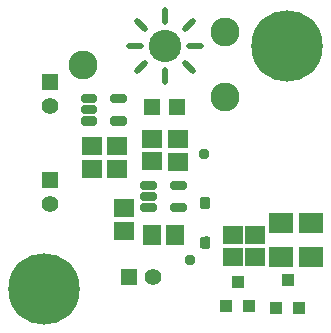
<source format=gbr>
G04 EAGLE Gerber RS-274X export*
G75*
%MOMM*%
%FSLAX34Y34*%
%LPD*%
%INSoldermask Top*%
%IPPOS*%
%AMOC8*
5,1,8,0,0,1.08239X$1,22.5*%
G01*
%ADD10R,1.411200X1.411200*%
%ADD11C,1.411200*%
%ADD12R,1.703200X1.503200*%
%ADD13R,1.503200X1.703200*%
%ADD14R,1.403200X1.403200*%
%ADD15C,6.045200*%
%ADD16R,1.003200X1.003200*%
%ADD17R,1.003200X1.103200*%
%ADD18R,2.006200X1.803200*%
%ADD19C,2.743200*%
%ADD20C,0.508000*%
%ADD21C,2.453200*%
%ADD22C,0.499716*%
%ADD23C,0.506016*%
%ADD24C,0.959600*%

G36*
X414144Y237878D02*
X414144Y237878D01*
X414151Y237883D01*
X414156Y237879D01*
X414492Y237960D01*
X414495Y237965D01*
X414499Y237963D01*
X414818Y238095D01*
X414821Y238100D01*
X414825Y238098D01*
X415119Y238278D01*
X415121Y238283D01*
X415125Y238283D01*
X415388Y238507D01*
X415389Y238512D01*
X415394Y238512D01*
X415618Y238775D01*
X415618Y238781D01*
X415622Y238781D01*
X415802Y239075D01*
X415801Y239081D01*
X415806Y239082D01*
X415938Y239401D01*
X415936Y239407D01*
X415940Y239408D01*
X416021Y239744D01*
X416019Y239750D01*
X416022Y239752D01*
X416049Y240096D01*
X416048Y240099D01*
X416049Y240100D01*
X416049Y245900D01*
X416047Y245902D01*
X416049Y245904D01*
X416022Y246248D01*
X416018Y246252D01*
X416021Y246256D01*
X415940Y246592D01*
X415935Y246595D01*
X415938Y246599D01*
X415806Y246918D01*
X415800Y246921D01*
X415802Y246925D01*
X415622Y247219D01*
X415617Y247221D01*
X415618Y247225D01*
X415394Y247488D01*
X415388Y247489D01*
X415388Y247494D01*
X415125Y247718D01*
X415119Y247718D01*
X415119Y247722D01*
X414825Y247902D01*
X414819Y247901D01*
X414818Y247906D01*
X414499Y248038D01*
X414493Y248036D01*
X414492Y248040D01*
X414156Y248121D01*
X414150Y248119D01*
X414148Y248122D01*
X413804Y248149D01*
X413801Y248147D01*
X413800Y248149D01*
X409256Y248122D01*
X409249Y248117D01*
X409244Y248121D01*
X408908Y248040D01*
X408905Y248035D01*
X408901Y248038D01*
X408582Y247906D01*
X408579Y247900D01*
X408575Y247902D01*
X408281Y247722D01*
X408279Y247717D01*
X408275Y247718D01*
X408012Y247494D01*
X408011Y247488D01*
X408007Y247488D01*
X407783Y247225D01*
X407782Y247219D01*
X407778Y247219D01*
X407598Y246925D01*
X407599Y246919D01*
X407595Y246918D01*
X407463Y246599D01*
X407464Y246593D01*
X407460Y246592D01*
X407379Y246256D01*
X407381Y246250D01*
X407378Y246248D01*
X407351Y245904D01*
X407353Y245901D01*
X407351Y245900D01*
X407351Y240100D01*
X407353Y240098D01*
X407351Y240096D01*
X407378Y239752D01*
X407382Y239748D01*
X407379Y239744D01*
X407460Y239408D01*
X407465Y239405D01*
X407463Y239401D01*
X407595Y239082D01*
X407600Y239079D01*
X407598Y239075D01*
X407778Y238781D01*
X407783Y238779D01*
X407783Y238775D01*
X408007Y238512D01*
X408012Y238511D01*
X408012Y238507D01*
X408275Y238283D01*
X408281Y238282D01*
X408281Y238278D01*
X408575Y238098D01*
X408581Y238099D01*
X408582Y238095D01*
X408901Y237963D01*
X408907Y237964D01*
X408908Y237960D01*
X409244Y237879D01*
X409250Y237881D01*
X409252Y237878D01*
X409596Y237851D01*
X409599Y237853D01*
X409600Y237851D01*
X414144Y237878D01*
G37*
G36*
X414144Y204278D02*
X414144Y204278D01*
X414151Y204283D01*
X414156Y204279D01*
X414492Y204360D01*
X414495Y204365D01*
X414499Y204363D01*
X414818Y204495D01*
X414821Y204500D01*
X414825Y204498D01*
X415119Y204678D01*
X415121Y204683D01*
X415125Y204683D01*
X415388Y204907D01*
X415389Y204912D01*
X415394Y204912D01*
X415618Y205175D01*
X415618Y205181D01*
X415622Y205181D01*
X415802Y205475D01*
X415801Y205481D01*
X415806Y205482D01*
X415938Y205801D01*
X415936Y205807D01*
X415940Y205808D01*
X416021Y206144D01*
X416019Y206150D01*
X416022Y206152D01*
X416049Y206496D01*
X416048Y206499D01*
X416049Y206500D01*
X416049Y212300D01*
X416047Y212302D01*
X416049Y212304D01*
X416022Y212648D01*
X416018Y212652D01*
X416021Y212656D01*
X415940Y212992D01*
X415935Y212995D01*
X415938Y212999D01*
X415806Y213318D01*
X415800Y213321D01*
X415802Y213325D01*
X415622Y213619D01*
X415617Y213621D01*
X415618Y213625D01*
X415394Y213888D01*
X415388Y213889D01*
X415388Y213894D01*
X415125Y214118D01*
X415119Y214118D01*
X415119Y214122D01*
X414825Y214302D01*
X414819Y214301D01*
X414818Y214306D01*
X414499Y214438D01*
X414493Y214436D01*
X414492Y214440D01*
X414156Y214521D01*
X414150Y214519D01*
X414148Y214522D01*
X413804Y214549D01*
X413801Y214547D01*
X413800Y214549D01*
X409256Y214522D01*
X409249Y214517D01*
X409244Y214521D01*
X408908Y214440D01*
X408905Y214435D01*
X408901Y214438D01*
X408582Y214306D01*
X408579Y214300D01*
X408575Y214302D01*
X408281Y214122D01*
X408279Y214117D01*
X408275Y214118D01*
X408012Y213894D01*
X408011Y213888D01*
X408007Y213888D01*
X407783Y213625D01*
X407782Y213619D01*
X407778Y213619D01*
X407598Y213325D01*
X407599Y213319D01*
X407595Y213318D01*
X407463Y212999D01*
X407464Y212993D01*
X407460Y212992D01*
X407379Y212656D01*
X407381Y212650D01*
X407378Y212648D01*
X407351Y212304D01*
X407353Y212301D01*
X407351Y212300D01*
X407351Y206500D01*
X407353Y206498D01*
X407351Y206496D01*
X407378Y206152D01*
X407382Y206148D01*
X407379Y206144D01*
X407460Y205808D01*
X407465Y205805D01*
X407463Y205801D01*
X407595Y205482D01*
X407600Y205479D01*
X407598Y205475D01*
X407778Y205181D01*
X407783Y205179D01*
X407783Y205175D01*
X408007Y204912D01*
X408012Y204911D01*
X408012Y204907D01*
X408275Y204683D01*
X408281Y204682D01*
X408281Y204678D01*
X408575Y204498D01*
X408581Y204499D01*
X408582Y204495D01*
X408901Y204363D01*
X408907Y204364D01*
X408908Y204360D01*
X409244Y204279D01*
X409250Y204281D01*
X409252Y204278D01*
X409596Y204251D01*
X409599Y204253D01*
X409600Y204251D01*
X414144Y204278D01*
G37*
D10*
X280060Y262048D03*
D11*
X280060Y242048D03*
D12*
X343100Y238500D03*
X343100Y219500D03*
D13*
X386000Y215700D03*
X367000Y215700D03*
D12*
X337300Y290800D03*
X337300Y271800D03*
D14*
X366500Y324600D03*
X387500Y324600D03*
D15*
X274800Y169800D03*
X481000Y375800D03*
D10*
X280060Y345360D03*
D11*
X280060Y325360D03*
D16*
X471900Y153600D03*
X490900Y153600D03*
X481400Y177600D03*
D17*
X429600Y156100D03*
X448600Y156100D03*
X439100Y176100D03*
D12*
X454100Y197100D03*
X454100Y216100D03*
X434900Y216100D03*
X434900Y197100D03*
D18*
X476100Y225820D03*
X476100Y197380D03*
X501100Y225820D03*
X501100Y197380D03*
D12*
X388400Y278000D03*
X388400Y297000D03*
X366600Y297200D03*
X366600Y278200D03*
X315800Y290800D03*
X315800Y271800D03*
D10*
X347160Y180028D03*
D11*
X367160Y180028D03*
D19*
X377472Y375712D03*
D20*
X377472Y396286D02*
X377472Y405938D01*
X377472Y355138D02*
X377472Y345486D01*
X398046Y375712D02*
X407698Y375712D01*
X356898Y375712D02*
X347246Y375712D01*
X394380Y390080D02*
X401204Y396904D01*
X394380Y361344D02*
X401204Y354520D01*
X360564Y361344D02*
X353740Y354520D01*
X360564Y390080D02*
X353740Y396904D01*
D21*
X428188Y332310D03*
X428188Y387310D03*
X308188Y359810D03*
D22*
X359282Y256432D02*
X368418Y256432D01*
X359282Y256432D02*
X359282Y259368D01*
X368418Y259368D01*
X368418Y256432D01*
X368418Y246932D02*
X359282Y246932D01*
X359282Y249868D01*
X368418Y249868D01*
X368418Y246932D01*
X368418Y237432D02*
X359282Y237432D01*
X359282Y240368D01*
X368418Y240368D01*
X368418Y237432D01*
X384382Y237432D02*
X393518Y237432D01*
X384382Y237432D02*
X384382Y240368D01*
X393518Y240368D01*
X393518Y237432D01*
X393518Y256432D02*
X384382Y256432D01*
X384382Y259368D01*
X393518Y259368D01*
X393518Y256432D01*
D23*
X317836Y330014D02*
X308664Y330014D01*
X308664Y332986D01*
X317836Y332986D01*
X317836Y330014D01*
X317836Y320514D02*
X308664Y320514D01*
X308664Y323486D01*
X317836Y323486D01*
X317836Y320514D01*
X317836Y311014D02*
X308664Y311014D01*
X308664Y313986D01*
X317836Y313986D01*
X317836Y311014D01*
X333564Y311014D02*
X342736Y311014D01*
X333564Y311014D02*
X333564Y313986D01*
X342736Y313986D01*
X342736Y311014D01*
X342736Y330014D02*
X333564Y330014D01*
X333564Y332986D01*
X342736Y332986D01*
X342736Y330014D01*
D24*
X411000Y284000D03*
X398526Y194310D03*
M02*

</source>
